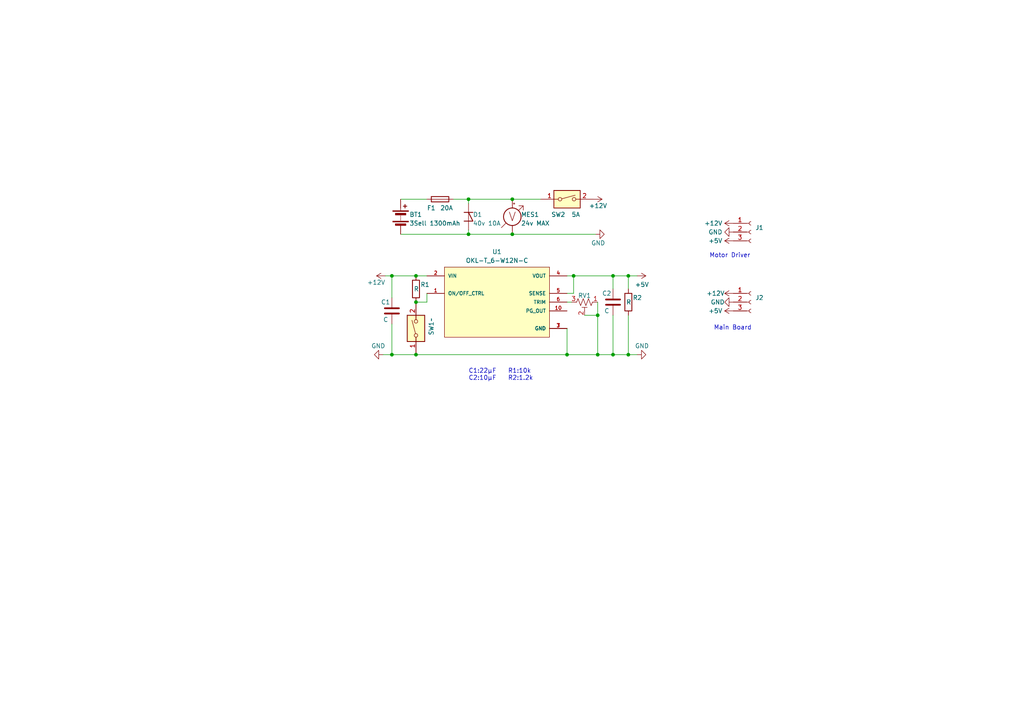
<source format=kicad_sch>
(kicad_sch (version 20230121) (generator eeschema)
  (paper "A4")
  (lib_symbols
    (symbol "Connector:Conn_01x03_Socket" (pin_names (offset 1.016) hide)
      (property "Reference" "J" (at 0 5.08 0))
      (property "Value" "Conn_01x03_Socket" (at 0 -5.08 0))
      (symbol "Conn_01x03_Socket_1_1"
        (arc (start 0 -2.032) (mid -0.5058 -2.54) (end 0 -3.048) (stroke (width 0.1524)))
        (polyline (pts (xy -1.27 -2.54) (xy -0.508 -2.54)) (stroke (width 0.1524)))
        (polyline (pts (xy -1.27 0) (xy -0.508 0)) (stroke (width 0.1524)))
        (polyline (pts (xy -1.27 2.54) (xy -0.508 2.54)) (stroke (width 0.1524)))
        (arc (start 0 0.508) (mid -0.5058 0) (end 0 -0.508) (stroke (width 0.1524)))
        (arc (start 0 3.048) (mid -0.5058 2.54) (end 0 2.032) (stroke (width 0.1524)))
        (pin passive line (at -5.08 2.54 0) (length 3.81) (name "Pin_1") (number "1"))
        (pin passive line (at -5.08 0 0) (length 3.81) (name "Pin_2") (number "2"))
        (pin passive line (at -5.08 -2.54 0) (length 3.81) (name "Pin_3") (number "3"))
      )
    )
    (symbol "Device:Battery" (pin_numbers hide) (pin_names (offset 0) hide)
      (property "Reference" "BT" (at 2.54 2.54 0))
      (property "Value" "Battery" (at 2.54 0 0))
      (symbol "Battery_0_1"
        (rectangle (start -2.286 -1.27) (end 2.286 -1.524) (fill (type outline)))
        (rectangle (start -2.286 1.778) (end 2.286 1.524) (fill (type outline)))
        (rectangle (start -1.524 -2.032) (end 1.524 -2.54) (fill (type outline)))
        (rectangle (start -1.524 1.016) (end 1.524 0.508) (fill (type outline)))
        (polyline (pts (xy 0 -1.016) (xy 0 -0.762)))
        (polyline (pts (xy 0 -0.508) (xy 0 -0.254)))
        (polyline (pts (xy 0 0) (xy 0 0.254)))
        (polyline (pts (xy 0 1.778) (xy 0 2.54)))
        (polyline (pts (xy 0.762 3.048) (xy 1.778 3.048)) (stroke (width 0.254)))
        (polyline (pts (xy 1.27 3.556) (xy 1.27 2.54)) (stroke (width 0.254)))
      )
      (symbol "Battery_1_1"
        (pin passive line (at 0 5.08 270) (length 2.54) (name "+") (number "1"))
        (pin passive line (at 0 -5.08 90) (length 2.54) (name "-") (number "2"))
      )
    )
    (symbol "Device:C" (pin_numbers hide) (pin_names (offset 0.254))
      (property "Reference" "C" (at 0.635 2.54 0))
      (property "Value" "C" (at 0.635 -2.54 0))
      (symbol "C_0_1"
        (polyline (pts (xy -2.032 -0.762) (xy 2.032 -0.762)) (stroke (width 0.508)))
        (polyline (pts (xy -2.032 0.762) (xy 2.032 0.762)) (stroke (width 0.508)))
      )
      (symbol "C_1_1"
        (pin passive line (at 0 3.81 270) (length 2.794) (name "~") (number "1"))
        (pin passive line (at 0 -3.81 90) (length 2.794) (name "~") (number "2"))
      )
    )
    (symbol "Device:D_Shockley" (pin_numbers hide) (pin_names (offset 1.016) hide)
      (property "Reference" "D" (at 0 2.54 0))
      (property "Value" "D_Shockley" (at 0 -2.54 0))
      (symbol "D_Shockley_0_1"
        (polyline (pts (xy -1.27 0) (xy 1.27 0)))
        (polyline (pts (xy -1.27 1.27) (xy -1.27 -1.27)) (stroke (width 0.254)))
        (polyline (pts (xy -1.27 0) (xy 1.27 1.27) (xy 1.27 -1.27)) (stroke (width 0.254)))
      )
      (symbol "D_Shockley_1_1"
        (pin passive line (at -3.81 0 0) (length 2.54) (name "K") (number "1"))
        (pin passive line (at 3.81 0 180) (length 2.54) (name "A") (number "2"))
      )
    )
    (symbol "Device:Fuse" (pin_numbers hide) (pin_names (offset 0))
      (property "Reference" "F" (at 2.032 0 90))
      (property "Value" "Fuse" (at -1.905 0 90))
      (symbol "Fuse_0_1"
        (rectangle (start -0.762 -2.54) (end 0.762 2.54) (stroke (width 0.254)))
        (polyline (pts (xy 0 2.54) (xy 0 -2.54)))
      )
      (symbol "Fuse_1_1"
        (pin passive line (at 0 3.81 270) (length 1.27) (name "~") (number "1"))
        (pin passive line (at 0 -3.81 90) (length 1.27) (name "~") (number "2"))
      )
    )
    (symbol "Device:R" (pin_numbers hide) (pin_names (offset 0))
      (property "Reference" "R" (at 2.032 0 90))
      (property "Value" "R" (at 0 0 90))
      (symbol "R_0_1"
        (rectangle (start -1.016 -2.54) (end 1.016 2.54) (stroke (width 0.254)))
      )
      (symbol "R_1_1"
        (pin passive line (at 0 3.81 270) (length 1.27) (name "~") (number "1"))
        (pin passive line (at 0 -3.81 90) (length 1.27) (name "~") (number "2"))
      )
    )
    (symbol "Device:R_Potentiometer_Trim_US" (pin_names (offset 1.016) hide)
      (property "Reference" "RV" (at -4.445 0 90))
      (property "Value" "R_Potentiometer_Trim_US" (at -2.54 0 90))
      (symbol "R_Potentiometer_Trim_US_0_1"
        (polyline (pts (xy 0 -2.286) (xy 0 -2.54)))
        (polyline (pts (xy 0 2.286) (xy 0 2.54)))
        (polyline (pts (xy 1.524 0.762) (xy 1.524 -0.762)))
        (polyline (pts (xy 2.54 0) (xy 1.524 0)))
        (polyline (pts (xy 0 -0.762) (xy 1.016 -1.143) (xy 0 -1.524) (xy -1.016 -1.905) (xy 0 -2.286)))
        (polyline (pts (xy 0 0.762) (xy 1.016 0.381) (xy 0 0) (xy -1.016 -0.381) (xy 0 -0.762)))
        (polyline (pts (xy 0 2.286) (xy 1.016 1.905) (xy 0 1.524) (xy -1.016 1.143) (xy 0 0.762)))
      )
      (symbol "R_Potentiometer_Trim_US_1_1"
        (pin passive line (at 0 3.81 270) (length 1.27) (name "1") (number "1"))
        (pin passive line (at 3.81 0 180) (length 1.27) (name "2") (number "2"))
        (pin passive line (at 0 -3.81 90) (length 1.27) (name "3") (number "3"))
      )
    )
    (symbol "Device:Voltmeter_DC" (pin_numbers hide) (pin_names (offset 0.0254) hide)
      (property "Reference" "MES" (at -3.302 1.016 0))
      (property "Value" "Voltmeter_DC" (at -3.302 -0.762 0))
      (symbol "Voltmeter_DC_0_0"
        (polyline (pts (xy -3.175 -3.175) (xy -1.905 -1.905)))
        (polyline (pts (xy 1.905 1.905) (xy 3.175 3.175)))
        (polyline (pts (xy 1.905 3.175) (xy 3.175 3.175) (xy 3.175 1.905)))
        (text "V" (at 0 0 0) (effects (font (size 2.54 2.54))))
      )
      (symbol "Voltmeter_DC_0_1"
        (polyline (pts (xy 0.254 3.81) (xy 0.762 3.81)))
        (polyline (pts (xy 0.508 4.064) (xy 0.508 3.556)))
        (circle (center 0 0) (radius 2.54) (stroke (width 0.254)))
      )
      (symbol "Voltmeter_DC_1_1"
        (pin passive line (at 0 -5.08 90) (length 2.54) (name "-") (number "1"))
        (pin passive line (at 0 5.08 270) (length 2.54) (name "+") (number "2"))
      )
    )
    (symbol "OKL-T_6-W12N-C:OKL-T_6-W12N-C" (pin_names (offset 1.016))
      (property "Reference" "U" (at -15.24 10.922 0))
      (property "Value" "OKL-T_6-W12N-C" (at -15.24 -12.7 0))
      (symbol "OKL-T_6-W12N-C_0_0"
        (rectangle (start -15.24 -10.16) (end 15.24 10.16) (stroke (width 0.1524)) (fill (type background)))
        (pin input line (at -20.32 2.54 0) (length 5.08) (name "ON/OFF_CTRL") (number "1"))
        (pin output line (at 20.32 -2.54 180) (length 5.08) (name "PG_OUT") (number "10"))
        (pin input line (at -20.32 7.62 0) (length 5.08) (name "VIN") (number "2"))
        (pin power_in line (at 20.32 -7.62 180) (length 5.08) (name "GND") (number "3"))
        (pin output line (at 20.32 7.62 180) (length 5.08) (name "VOUT") (number "4"))
        (pin input line (at 20.32 2.54 180) (length 5.08) (name "SENSE") (number "5"))
        (pin input line (at 20.32 0 180) (length 5.08) (name "TRIM") (number "6"))
        (pin power_in line (at 20.32 -7.62 180) (length 5.08) (name "GND") (number "7"))
      )
    )
    (symbol "Switch:SW_DIP_x01" (pin_names (offset 0) hide)
      (property "Reference" "SW" (at 0 3.81 0))
      (property "Value" "SW_DIP_x01" (at 0 -3.81 0))
      (symbol "SW_DIP_x01_0_0"
        (circle (center -2.032 0) (radius 0.508))
        (polyline (pts (xy -1.524 0.127) (xy 2.3622 1.1684)))
        (circle (center 2.032 0) (radius 0.508))
      )
      (symbol "SW_DIP_x01_0_1"
        (rectangle (start -3.81 2.54) (end 3.81 -2.54) (stroke (width 0.254)) (fill (type background)))
      )
      (symbol "SW_DIP_x01_1_1"
        (pin passive line (at -7.62 0 0) (length 5.08) (name "~") (number "1"))
        (pin passive line (at 7.62 0 180) (length 5.08) (name "~") (number "2"))
      )
    )
    (symbol "power:+12V" (power) (pin_names (offset 0))
      (property "Value" "+12V" (at 0 3.556 0))
      (symbol "+12V_0_1"
        (polyline (pts (xy -0.762 1.27) (xy 0 2.54)))
        (polyline (pts (xy 0 0) (xy 0 2.54)))
        (polyline (pts (xy 0 2.54) (xy 0.762 1.27)))
      )
      (symbol "+12V_1_1"
        (pin power_in line (at 0 0 90) (length 0) hide (name "+12V") (number "1"))
      )
    )
    (symbol "power:+5V" (power) (pin_names (offset 0))
      (property "Value" "+5V" (at 0 3.556 0))
      (symbol "+5V_0_1"
        (polyline (pts (xy -0.762 1.27) (xy 0 2.54)))
        (polyline (pts (xy 0 0) (xy 0 2.54)))
        (polyline (pts (xy 0 2.54) (xy 0.762 1.27)))
      )
      (symbol "+5V_1_1"
        (pin power_in line (at 0 0 90) (length 0) hide (name "+5V") (number "1"))
      )
    )
    (symbol "power:GND" (power) (pin_names (offset 0))
      (property "Value" "GND" (at 0 -3.81 0))
      (symbol "GND_0_1"
        (polyline (pts (xy 0 0) (xy 0 -1.27) (xy 1.27 -1.27) (xy 0 -2.54) (xy -1.27 -1.27) (xy 0 -1.27)))
      )
      (symbol "GND_1_1"
        (pin power_in line (at 0 0 270) (length 0) hide (name "GND") (number "1"))
      )
    )
  )
  (junction (at 120.65 102.87))
  (junction (at 182.245 102.87))
  (junction (at 135.89 57.785))
  (junction (at 120.65 80.01))
  (junction (at 164.465 102.87))
  (junction (at 177.8 102.87))
  (junction (at 113.665 102.87))
  (junction (at 113.665 80.01))
  (junction (at 148.59 67.945))
  (junction (at 135.89 67.945))
  (junction (at 177.8 80.01))
  (junction (at 173.355 91.44))
  (junction (at 120.65 87.63))
  (junction (at 166.37 80.01))
  (junction (at 148.59 57.785))
  (junction (at 173.355 102.87))
  (junction (at 182.245 80.01))
  (wire (pts (xy 182.245 80.01) (xy 182.245 83.82)))
  (wire (pts (xy 135.89 57.785) (xy 148.59 57.785)))
  (wire (pts (xy 173.355 91.44) (xy 173.355 102.87)))
  (wire (pts (xy 182.245 91.44) (xy 182.245 102.87)))
  (wire (pts (xy 123.825 87.63) (xy 120.65 87.63)))
  (wire (pts (xy 120.65 102.87) (xy 164.465 102.87)))
  (wire (pts (xy 135.89 67.945) (xy 148.59 67.945)))
  (wire (pts (xy 164.465 80.01) (xy 166.37 80.01)))
  (wire (pts (xy 135.89 66.675) (xy 135.89 67.945)))
  (wire (pts (xy 148.59 67.945) (xy 172.72 67.945)))
  (wire (pts (xy 177.8 91.44) (xy 177.8 102.87)))
  (wire (pts (xy 116.205 67.945) (xy 135.89 67.945)))
  (wire (pts (xy 177.8 80.01) (xy 182.245 80.01)))
  (wire (pts (xy 173.355 102.87) (xy 177.8 102.87)))
  (wire (pts (xy 164.465 85.09) (xy 166.37 85.09)))
  (wire (pts (xy 164.465 95.25) (xy 164.465 102.87)))
  (wire (pts (xy 113.665 93.98) (xy 113.665 102.87)))
  (wire (pts (xy 169.545 91.44) (xy 173.355 91.44)))
  (wire (pts (xy 173.355 87.63) (xy 173.355 91.44)))
  (wire (pts (xy 111.125 102.87) (xy 113.665 102.87)))
  (wire (pts (xy 113.665 102.87) (xy 120.65 102.87)))
  (wire (pts (xy 177.8 80.01) (xy 177.8 83.82)))
  (wire (pts (xy 120.65 80.01) (xy 123.825 80.01)))
  (wire (pts (xy 165.735 87.63) (xy 164.465 87.63)))
  (wire (pts (xy 116.205 57.785) (xy 123.825 57.785)))
  (wire (pts (xy 148.59 57.785) (xy 156.845 57.785)))
  (wire (pts (xy 111.76 80.01) (xy 113.665 80.01)))
  (wire (pts (xy 123.825 85.09) (xy 123.825 87.63)))
  (wire (pts (xy 166.37 80.01) (xy 177.8 80.01)))
  (wire (pts (xy 113.665 80.01) (xy 113.665 86.36)))
  (wire (pts (xy 131.445 57.785) (xy 135.89 57.785)))
  (wire (pts (xy 164.465 102.87) (xy 173.355 102.87)))
  (wire (pts (xy 166.37 85.09) (xy 166.37 80.01)))
  (wire (pts (xy 182.245 102.87) (xy 184.785 102.87)))
  (wire (pts (xy 135.89 57.785) (xy 135.89 59.055)))
  (wire (pts (xy 113.665 80.01) (xy 120.65 80.01)))
  (wire (pts (xy 177.8 102.87) (xy 182.245 102.87)))
  (wire (pts (xy 182.245 80.01) (xy 184.785 80.01)))
  (text "Motor Driver" (at 205.74 74.93 0) (effects (font (size 1.27 1.27)) (justify left bottom)))
  (text "C1:22μF\nC2:10μF\n" (at 135.89 110.49 0) (effects (font (size 1.27 1.27)) (justify left bottom)))
  (text "\nR1:10k\nR2:1.2k" (at 147.32 110.49 0) (effects (font (size 1.27 1.27)) (justify left bottom)))
  (text "Main Board" (at 207.01 95.885 0) (effects (font (size 1.27 1.27)) (justify left bottom)))
  (symbol (lib_id "power:GND") (at 111.125 102.87 270) (unit 1)
    (property "Reference" "#PWR01" (effects hide))
    (property "Value" "GND" (at 111.76 100.33 90) (effects (justify right)))
  )
  (symbol (lib_id "OKL-T_6-W12N-C:OKL-T_6-W12N-C") (at 144.145 87.63 0) (unit 1)
    (property "Reference" "U1" (at 144.145 73.025 0))
    (property "Value" "OKL-T_6-W12N-C" (at 144.145 75.565 0))
    (property "Footprint" "Lib:DCDC-murata-6A" (effects hide))
  )
  (symbol (lib_id "power:+12V") (at 212.725 64.77 90) (unit 1)
    (property "Reference" "#PWR03" (effects hide))
    (property "Value" "+12V" (at 209.55 64.77 90) (effects (justify left)))
  )
  (symbol (lib_id "power:GND") (at 184.785 102.87 90) (unit 1)
    (property "Reference" "#PWR012" (effects hide))
    (property "Value" "GND" (at 184.15 100.33 90) (effects (justify right)))
  )
  (symbol (lib_id "Device:Fuse") (at 127.635 57.785 90) (unit 1)
    (property "Reference" "F1" (at 125.095 60.325 90))
    (property "Value" "20A" (at 129.54 60.325 90))
    (property "Footprint" "Fuse_Socket:fuse_socket" (effects hide))
  )
  (symbol (lib_id "power:+5V") (at 212.725 69.85 90) (unit 1)
    (property "Reference" "#PWR05" (effects hide))
    (property "Value" "+5V" (at 209.55 69.85 90) (effects (justify left)))
  )
  (symbol (lib_id "Device:C") (at 177.8 87.63 0) (unit 1)
    (property "Reference" "C2" (at 174.625 85.09 0) (effects (justify left)))
    (property "Value" "C" (at 175.26 90.17 0) (effects (justify left)))
    (property "Footprint" "Capacitor_THT:C_Disc_D6.0mm_W4.4mm_P5.00mm" (effects hide))
  )
  (symbol (lib_id "power:+5V") (at 184.785 80.01 270) (unit 1)
    (property "Reference" "#PWR011" (effects hide))
    (property "Value" "+5V" (at 184.15 82.55 90) (effects (justify left)))
  )
  (symbol (lib_id "power:GND") (at 212.725 67.31 270) (unit 1)
    (property "Reference" "#PWR04" (effects hide))
    (property "Value" "GND" (at 209.55 67.31 90) (effects (justify right)))
  )
  (symbol (lib_id "Switch:SW_DIP_x01") (at 164.465 57.785 0) (unit 1)
    (property "Reference" "SW2" (at 161.925 62.23 0))
    (property "Value" "5A" (at 167.005 62.23 0))
    (property "Footprint" "_Others:DS-850k" (effects hide))
  )
  (symbol (lib_id "Device:C") (at 113.665 90.17 0) (unit 1)
    (property "Reference" "C1" (at 110.49 87.63 0) (effects (justify left)))
    (property "Value" "C" (at 111.125 92.71 0) (effects (justify left)))
    (property "Footprint" "Capacitor_THT:C_Disc_D6.0mm_W4.4mm_P5.00mm" (effects hide))
  )
  (symbol (lib_id "power:+5V") (at 212.725 90.17 90) (unit 1)
    (property "Reference" "#PWR08" (effects hide))
    (property "Value" "+5V" (at 209.55 90.17 90) (effects (justify left)))
  )
  (symbol (lib_id "Device:R") (at 120.65 83.82 0) (unit 1)
    (property "Reference" "R1" (at 121.92 82.55 0) (effects (justify left)))
    (property "Value" "R" (at 120.015 83.82 0) (effects (justify left)))
    (property "Footprint" "Resistor_THT:R_Axial_DIN0204_L3.6mm_D1.6mm_P5.08mm_Horizontal" (effects hide))
  )
  (symbol (lib_id "power:+12V") (at 172.085 57.785 270) (unit 1)
    (property "Reference" "#PWR09" (effects hide))
    (property "Value" "+12V" (at 170.815 59.69 90) (effects (justify left)))
  )
  (symbol (lib_id "Device:R") (at 182.245 87.63 0) (unit 1)
    (property "Reference" "R2" (at 183.515 86.36 0) (effects (justify left)))
    (property "Value" "R" (at 181.61 87.63 0) (effects (justify left)))
    (property "Footprint" "Resistor_THT:R_Axial_DIN0204_L3.6mm_D1.6mm_P5.08mm_Horizontal" (effects hide))
  )
  (symbol (lib_id "power:+12V") (at 212.725 85.09 90) (unit 1)
    (property "Reference" "#PWR06" (effects hide))
    (property "Value" "+12V" (at 210.185 85.09 90) (effects (justify left)))
  )
  (symbol (lib_id "Device:Battery") (at 116.205 62.865 0) (unit 1)
    (property "Reference" "BT1" (at 118.745 62.23 0) (effects (justify left)))
    (property "Value" "3Sell 1300mAh" (at 118.745 64.77 0) (effects (justify left)))
    (property "Footprint" "Connector_JST:JST_VH_B2P-VH_1x02_P3.96mm_Vertical" (effects hide))
  )
  (symbol (lib_id "Connector:Conn_01x03_Socket") (at 217.805 67.31 0) (unit 1)
    (property "Reference" "J1" (at 219.075 66.04 0) (effects (justify left)))
    (property "Value" "Conn_01x03_Socket" (effects hide))
    (property "Footprint" "Connector_JST:JST_XH_B3B-XH-A_1x03_P2.50mm_Vertical" (effects hide))
  )
  (symbol (lib_id "Device:R_Potentiometer_Trim_US") (at 169.545 87.63 270) (unit 1)
    (property "Reference" "RV1" (at 169.545 85.725 90))
    (property "Value" "R_Potentiometer_Trim_US" (effects hide))
    (property "Footprint" "Potentiometer_THT:Potentiometer_Bourns_3296W_Vertical" (effects hide))
  )
  (symbol (lib_id "power:+12V") (at 111.76 80.01 90) (unit 1)
    (property "Reference" "#PWR02" (effects hide))
    (property "Value" "+12V" (at 111.76 81.915 90) (effects (justify left)))
  )
  (symbol (lib_id "Switch:SW_DIP_x01") (at 120.65 95.25 90) (unit 1)
    (property "Reference" "SW1" (at 125.095 95.25 0))
    (property "Value" "~" (at 125.095 92.71 0))
    (property "Footprint" "_Others:2MS1T2B4M2QES" (effects hide))
  )
  (symbol (lib_id "Device:D_Shockley") (at 135.89 62.865 270) (unit 1)
    (property "Reference" "D1" (at 137.16 62.23 90) (effects (justify left)))
    (property "Value" "40v 10A" (at 137.16 64.77 90) (effects (justify left)))
    (property "Footprint" "Diode_THT:D_DO-27_P12.70mm_Horizontal" (effects hide))
  )
  (symbol (lib_id "Connector:Conn_01x03_Socket") (at 217.805 87.63 0) (unit 1)
    (property "Reference" "J2" (at 219.075 86.36 0) (effects (justify left)))
    (property "Value" "Conn_01x03_Socket" (effects hide))
    (property "Footprint" "Connector_JST:JST_XH_B3B-XH-A_1x03_P2.50mm_Vertical" (effects hide))
  )
  (symbol (lib_id "Device:Voltmeter_DC") (at 148.59 62.865 0) (unit 1)
    (property "Reference" "MES1" (at 151.13 62.23 0) (effects (justify left)))
    (property "Value" "24v MAX" (at 151.13 64.77 0) (effects (justify left)))
    (property "Footprint" "Connector_PinHeader_2.54mm:PinHeader_1x02_P2.54mm_Vertical" (effects hide))
  )
  (symbol (lib_id "power:GND") (at 212.725 87.63 270) (unit 1)
    (property "Reference" "#PWR07" (effects hide))
    (property "Value" "GND" (at 210.185 87.63 90) (effects (justify right)))
  )
  (symbol (lib_id "power:GND") (at 172.72 67.945 90) (unit 1)
    (property "Reference" "#PWR010" (effects hide))
    (property "Value" "GND" (at 171.45 70.485 90) (effects (justify right)))
  )
)
</source>
